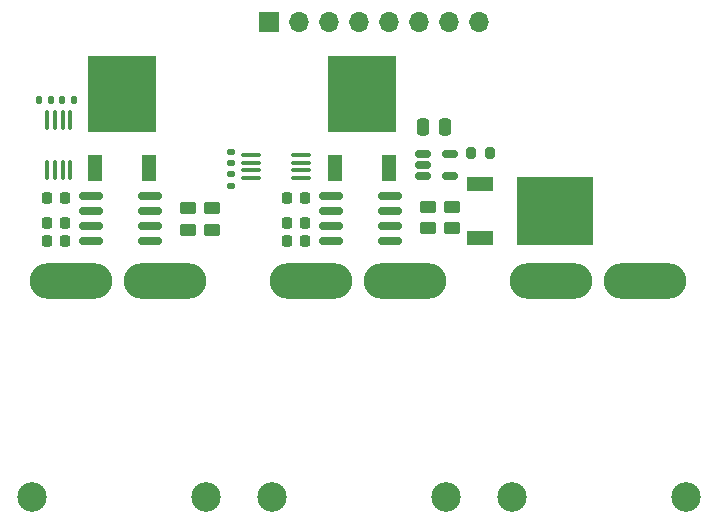
<source format=gbr>
%TF.GenerationSoftware,KiCad,Pcbnew,6.0.2+dfsg-1*%
%TF.CreationDate,2023-02-04T23:29:27-05:00*%
%TF.ProjectId,ups-test,7570732d-7465-4737-942e-6b696361645f,rev?*%
%TF.SameCoordinates,Original*%
%TF.FileFunction,Soldermask,Top*%
%TF.FilePolarity,Negative*%
%FSLAX46Y46*%
G04 Gerber Fmt 4.6, Leading zero omitted, Abs format (unit mm)*
G04 Created by KiCad (PCBNEW 6.0.2+dfsg-1) date 2023-02-04 23:29:27*
%MOMM*%
%LPD*%
G01*
G04 APERTURE LIST*
G04 Aperture macros list*
%AMRoundRect*
0 Rectangle with rounded corners*
0 $1 Rounding radius*
0 $2 $3 $4 $5 $6 $7 $8 $9 X,Y pos of 4 corners*
0 Add a 4 corners polygon primitive as box body*
4,1,4,$2,$3,$4,$5,$6,$7,$8,$9,$2,$3,0*
0 Add four circle primitives for the rounded corners*
1,1,$1+$1,$2,$3*
1,1,$1+$1,$4,$5*
1,1,$1+$1,$6,$7*
1,1,$1+$1,$8,$9*
0 Add four rect primitives between the rounded corners*
20,1,$1+$1,$2,$3,$4,$5,0*
20,1,$1+$1,$4,$5,$6,$7,0*
20,1,$1+$1,$6,$7,$8,$9,0*
20,1,$1+$1,$8,$9,$2,$3,0*%
G04 Aperture macros list end*
%ADD10R,1.700000X1.700000*%
%ADD11O,1.700000X1.700000*%
%ADD12RoundRect,0.250000X-0.450000X0.262500X-0.450000X-0.262500X0.450000X-0.262500X0.450000X0.262500X0*%
%ADD13RoundRect,0.140000X-0.140000X-0.170000X0.140000X-0.170000X0.140000X0.170000X-0.140000X0.170000X0*%
%ADD14RoundRect,0.225000X0.225000X0.250000X-0.225000X0.250000X-0.225000X-0.250000X0.225000X-0.250000X0*%
%ADD15RoundRect,0.135000X0.135000X0.185000X-0.135000X0.185000X-0.135000X-0.185000X0.135000X-0.185000X0*%
%ADD16RoundRect,0.200000X-0.200000X-0.275000X0.200000X-0.275000X0.200000X0.275000X-0.200000X0.275000X0*%
%ADD17R,1.200000X2.200000*%
%ADD18R,5.800000X6.400000*%
%ADD19RoundRect,0.250000X0.450000X-0.262500X0.450000X0.262500X-0.450000X0.262500X-0.450000X-0.262500X0*%
%ADD20RoundRect,0.150000X0.825000X0.150000X-0.825000X0.150000X-0.825000X-0.150000X0.825000X-0.150000X0*%
%ADD21RoundRect,0.150000X-0.512500X-0.150000X0.512500X-0.150000X0.512500X0.150000X-0.512500X0.150000X0*%
%ADD22RoundRect,0.140000X0.170000X-0.140000X0.170000X0.140000X-0.170000X0.140000X-0.170000X-0.140000X0*%
%ADD23C,2.500000*%
%ADD24O,7.000000X3.000000*%
%ADD25R,2.200000X1.200000*%
%ADD26R,6.400000X5.800000*%
%ADD27RoundRect,0.100000X0.712500X0.100000X-0.712500X0.100000X-0.712500X-0.100000X0.712500X-0.100000X0*%
%ADD28RoundRect,0.250000X-0.250000X-0.475000X0.250000X-0.475000X0.250000X0.475000X-0.250000X0.475000X0*%
%ADD29RoundRect,0.135000X-0.185000X0.135000X-0.185000X-0.135000X0.185000X-0.135000X0.185000X0.135000X0*%
%ADD30RoundRect,0.100000X0.100000X-0.712500X0.100000X0.712500X-0.100000X0.712500X-0.100000X-0.712500X0*%
G04 APERTURE END LIST*
D10*
%TO.C,J4*%
X93995000Y-25146000D03*
D11*
X96535000Y-25146000D03*
X99075000Y-25146000D03*
X101615000Y-25146000D03*
X104155000Y-25146000D03*
X106695000Y-25146000D03*
X109235000Y-25146000D03*
X111775000Y-25146000D03*
%TD*%
D12*
%TO.C,R5*%
X107442000Y-40743500D03*
X107442000Y-42568500D03*
%TD*%
D13*
%TO.C,C1*%
X76482000Y-31750000D03*
X77442000Y-31750000D03*
%TD*%
D14*
%TO.C,C8*%
X97041000Y-42164000D03*
X95491000Y-42164000D03*
%TD*%
D15*
%TO.C,R1*%
X75567000Y-31750000D03*
X74547000Y-31750000D03*
%TD*%
D16*
%TO.C,R7*%
X111062000Y-36195000D03*
X112712000Y-36195000D03*
%TD*%
D17*
%TO.C,Q2*%
X99573000Y-37465000D03*
D18*
X101853000Y-31165000D03*
D17*
X104133000Y-37465000D03*
%TD*%
D19*
%TO.C,R4*%
X89154000Y-42695500D03*
X89154000Y-40870500D03*
%TD*%
D14*
%TO.C,C5*%
X76721000Y-42164000D03*
X75171000Y-42164000D03*
%TD*%
D20*
%TO.C,U4*%
X104202000Y-43688000D03*
X104202000Y-42418000D03*
X104202000Y-41148000D03*
X104202000Y-39878000D03*
X99252000Y-39878000D03*
X99252000Y-41148000D03*
X99252000Y-42418000D03*
X99252000Y-43688000D03*
%TD*%
D21*
%TO.C,U5*%
X107066500Y-36261000D03*
X107066500Y-37211000D03*
X107066500Y-38161000D03*
X109341500Y-38161000D03*
X109341500Y-36261000D03*
%TD*%
D14*
%TO.C,C6*%
X97041000Y-43688000D03*
X95491000Y-43688000D03*
%TD*%
D22*
%TO.C,C2*%
X90805000Y-37056000D03*
X90805000Y-36096000D03*
%TD*%
D23*
%TO.C,J2*%
X94234000Y-65306000D03*
X108966000Y-65306000D03*
D24*
X105537000Y-47018000D03*
X97536000Y-47018000D03*
%TD*%
D25*
%TO.C,Q3*%
X111878000Y-38868000D03*
D26*
X118178000Y-41148000D03*
D25*
X111878000Y-43428000D03*
%TD*%
D27*
%TO.C,U2*%
X96727500Y-38313000D03*
X96727500Y-37663000D03*
X96727500Y-37013000D03*
X96727500Y-36363000D03*
X92502500Y-36363000D03*
X92502500Y-37013000D03*
X92502500Y-37663000D03*
X92502500Y-38313000D03*
%TD*%
D14*
%TO.C,C4*%
X76721000Y-43688000D03*
X75171000Y-43688000D03*
%TD*%
D28*
%TO.C,C9*%
X107000000Y-34036000D03*
X108900000Y-34036000D03*
%TD*%
D14*
%TO.C,C7*%
X76721000Y-40005000D03*
X75171000Y-40005000D03*
%TD*%
%TO.C,C3*%
X97041000Y-40005000D03*
X95491000Y-40005000D03*
%TD*%
D20*
%TO.C,U3*%
X83882000Y-43688000D03*
X83882000Y-42418000D03*
X83882000Y-41148000D03*
X83882000Y-39878000D03*
X78932000Y-39878000D03*
X78932000Y-41148000D03*
X78932000Y-42418000D03*
X78932000Y-43688000D03*
%TD*%
D17*
%TO.C,Q1*%
X79260000Y-37465000D03*
D18*
X81540000Y-31165000D03*
D17*
X83820000Y-37465000D03*
%TD*%
D19*
%TO.C,R6*%
X109474000Y-42568500D03*
X109474000Y-40743500D03*
%TD*%
D29*
%TO.C,R2*%
X90805000Y-37971000D03*
X90805000Y-38991000D03*
%TD*%
D30*
%TO.C,U1*%
X75225000Y-37672500D03*
X75875000Y-37672500D03*
X76525000Y-37672500D03*
X77175000Y-37672500D03*
X77175000Y-33447500D03*
X76525000Y-33447500D03*
X75875000Y-33447500D03*
X75225000Y-33447500D03*
%TD*%
D23*
%TO.C,J3*%
X129286000Y-65306000D03*
X114554000Y-65306000D03*
D24*
X125857000Y-47018000D03*
X117856000Y-47018000D03*
%TD*%
D12*
%TO.C,R3*%
X87122000Y-40870500D03*
X87122000Y-42695500D03*
%TD*%
D23*
%TO.C,J1*%
X88646000Y-65306000D03*
X73914000Y-65306000D03*
D24*
X85217000Y-47018000D03*
X77216000Y-47018000D03*
%TD*%
M02*

</source>
